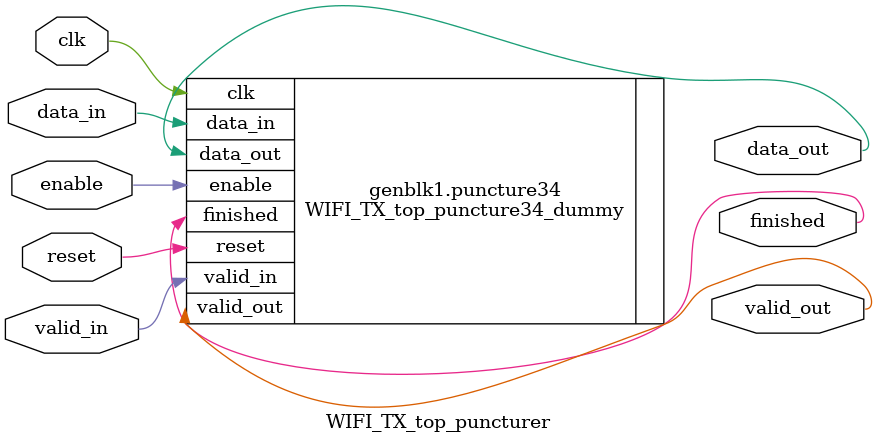
<source format=v>
/*
======================================================================================
				Standard   : WIFI
				Block name : Top Puncturer 
======================================================================================
*/
//====================================================================================
module WIFI_TX_top_puncturer #(parameter PUNCTURER=0)
(
	clk,
	reset,
	enable,
	valid_in,
	data_in,
	valid_out,
	data_out,
	finished
);
	//============================================================================
	input clk;
	input reset;
	input enable;
	input valid_in;
	input data_in;    
	output valid_out;
	output data_out; 
	output finished;
	//============================================================================
	generate
		case(PUNCTURER)
			0:
			begin
				(* keep_hierarchy = "yes" *) 
				WIFI_TX_top_puncture34_dummy puncture34
				(
					.clk(clk), 
					.reset(reset), 
					.enable(enable), 
					.valid_in(valid_in), 
					.data_in(data_in), 
					.data_out(data_out), 
					.valid_out(valid_out),
					.finished(finished)
				);
			end
			1:
			begin
				(* keep_hierarchy = "yes" *) 
				WIFI_TX_top_puncture34controllerd puncture34
				(
					.clk(clk), 
					.reset(reset), 
					.enable(enable), 
					.valid_in(valid_in), 
					.data_in(data_in), 
					.data_out(data_out), 
					.valid_out(valid_out),
					.finished(finished)
				);
			end
		endcase
	endgenerate
	//============================================================================
endmodule

</source>
